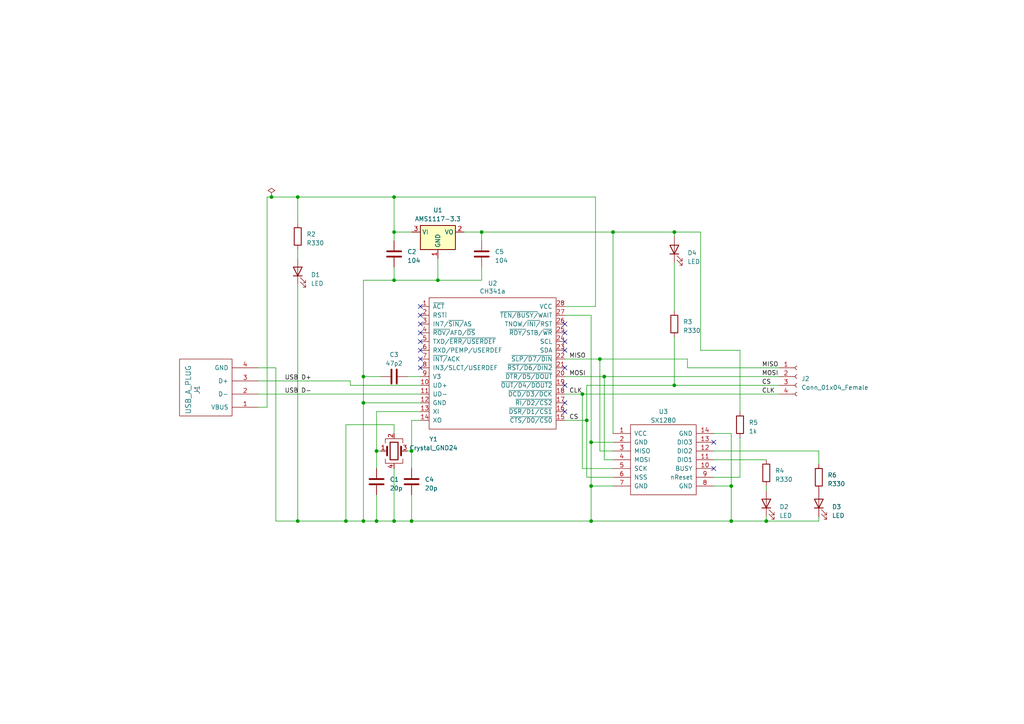
<source format=kicad_sch>
(kicad_sch (version 20230121) (generator eeschema)
  (paper "A4")
  (lib_symbols
    (symbol "Connector:Conn_01x04_Female" (pin_names (offset 1.016) hide)
      (property "Reference" "J" (at 0 5.08 0))
      (property "Value" "Conn_01x04_Female" (at 0 -7.62 0))
      (symbol "Conn_01x04_Female_1_1"
        (arc (start 0 -4.572) (mid -0.5058 -5.08) (end 0 -5.588) (stroke (width 0.1524)))
        (arc (start 0 -2.032) (mid -0.5058 -2.54) (end 0 -3.048) (stroke (width 0.1524)))
        (polyline (pts (xy -1.27 -5.08) (xy -0.508 -5.08)) (stroke (width 0.1524)))
        (polyline (pts (xy -1.27 -2.54) (xy -0.508 -2.54)) (stroke (width 0.1524)))
        (polyline (pts (xy -1.27 0) (xy -0.508 0)) (stroke (width 0.1524)))
        (polyline (pts (xy -1.27 2.54) (xy -0.508 2.54)) (stroke (width 0.1524)))
        (arc (start 0 0.508) (mid -0.5058 0) (end 0 -0.508) (stroke (width 0.1524)))
        (arc (start 0 3.048) (mid -0.5058 2.54) (end 0 2.032) (stroke (width 0.1524)))
        (pin passive line (at -5.08 2.54 0) (length 3.81) (name "Pin_1") (number "1"))
        (pin passive line (at -5.08 0 0) (length 3.81) (name "Pin_2") (number "2"))
        (pin passive line (at -5.08 -2.54 0) (length 3.81) (name "Pin_3") (number "3"))
        (pin passive line (at -5.08 -5.08 0) (length 3.81) (name "Pin_4") (number "4"))
      )
    )
    (symbol "Device:C" (pin_numbers hide) (pin_names (offset 0.254))
      (property "Reference" "C" (at 0.635 2.54 0))
      (property "Value" "C" (at 0.635 -2.54 0))
      (symbol "C_0_1"
        (polyline (pts (xy -2.032 -0.762) (xy 2.032 -0.762)) (stroke (width 0.508)))
        (polyline (pts (xy -2.032 0.762) (xy 2.032 0.762)) (stroke (width 0.508)))
      )
      (symbol "C_1_1"
        (pin passive line (at 0 3.81 270) (length 2.794) (name "~") (number "1"))
        (pin passive line (at 0 -3.81 90) (length 2.794) (name "~") (number "2"))
      )
    )
    (symbol "Device:Crystal_GND24" (pin_names (offset 1.016) hide)
      (property "Reference" "Y" (at 3.175 5.08 0))
      (property "Value" "Crystal_GND24" (at 3.175 3.175 0))
      (symbol "Crystal_GND24_0_1"
        (rectangle (start -1.143 2.54) (end 1.143 -2.54) (stroke (width 0.3048)))
        (polyline (pts (xy -2.54 0) (xy -2.032 0)))
        (polyline (pts (xy -2.032 -1.27) (xy -2.032 1.27)) (stroke (width 0.508)))
        (polyline (pts (xy 0 -3.81) (xy 0 -3.556)))
        (polyline (pts (xy 0 3.556) (xy 0 3.81)))
        (polyline (pts (xy 2.032 -1.27) (xy 2.032 1.27)) (stroke (width 0.508)))
        (polyline (pts (xy 2.032 0) (xy 2.54 0)))
        (polyline (pts (xy -2.54 -2.286) (xy -2.54 -3.556) (xy 2.54 -3.556) (xy 2.54 -2.286)))
        (polyline (pts (xy -2.54 2.286) (xy -2.54 3.556) (xy 2.54 3.556) (xy 2.54 2.286)))
      )
      (symbol "Crystal_GND24_1_1"
        (pin passive line (at -3.81 0 0) (length 1.27) (name "1") (number "1"))
        (pin passive line (at 0 5.08 270) (length 1.27) (name "2") (number "2"))
        (pin passive line (at 3.81 0 180) (length 1.27) (name "3") (number "3"))
        (pin passive line (at 0 -5.08 90) (length 1.27) (name "4") (number "4"))
      )
    )
    (symbol "Device:LED" (pin_numbers hide) (pin_names (offset 1.016) hide)
      (property "Reference" "D" (at 0 2.54 0))
      (property "Value" "LED" (at 0 -2.54 0))
      (symbol "LED_0_1"
        (polyline (pts (xy -1.27 -1.27) (xy -1.27 1.27)) (stroke (width 0.254)))
        (polyline (pts (xy -1.27 0) (xy 1.27 0)))
        (polyline (pts (xy 1.27 -1.27) (xy 1.27 1.27) (xy -1.27 0) (xy 1.27 -1.27)) (stroke (width 0.254)))
        (polyline (pts (xy -3.048 -0.762) (xy -4.572 -2.286) (xy -3.81 -2.286) (xy -4.572 -2.286) (xy -4.572 -1.524)))
        (polyline (pts (xy -1.778 -0.762) (xy -3.302 -2.286) (xy -2.54 -2.286) (xy -3.302 -2.286) (xy -3.302 -1.524)))
      )
      (symbol "LED_1_1"
        (pin passive line (at -3.81 0 0) (length 2.54) (name "K") (number "1"))
        (pin passive line (at 3.81 0 180) (length 2.54) (name "A") (number "2"))
      )
    )
    (symbol "Device:R" (pin_numbers hide) (pin_names (offset 0))
      (property "Reference" "R" (at 2.032 0 90))
      (property "Value" "R" (at 0 0 90))
      (symbol "R_0_1"
        (rectangle (start -1.016 -2.54) (end 1.016 2.54) (stroke (width 0.254)))
      )
      (symbol "R_1_1"
        (pin passive line (at 0 3.81 270) (length 1.27) (name "~") (number "1"))
        (pin passive line (at 0 -3.81 90) (length 1.27) (name "~") (number "2"))
      )
    )
    (symbol "Interface_USB:CH341a" (pin_names (offset 1.016))
      (property "Reference" "U2" (at 0.635 23.241 0))
      (property "Value" "CH341a" (at 0.635 20.9296 0))
      (symbol "CH341a_0_1"
        (rectangle (start -17.78 19.05) (end 19.05 -19.05))
      )
      (symbol "CH341a_1_1"
        (pin output line (at -20.32 16.51 0) (length 2.54) (name "~{ACT}") (number "1"))
        (pin bidirectional line (at -20.32 -6.35 0) (length 2.54) (name "UD+") (number "10"))
        (pin bidirectional line (at -20.32 -8.89 0) (length 2.54) (name "UD-") (number "11"))
        (pin power_in line (at -20.32 -11.43 0) (length 2.54) (name "GND") (number "12"))
        (pin input line (at -20.32 -13.97 0) (length 2.54) (name "XI") (number "13"))
        (pin output line (at -20.32 -16.51 0) (length 2.54) (name "XO") (number "14"))
        (pin input line (at 21.59 -16.51 180) (length 2.54) (name "~{CTS/D0/CS0}") (number "15"))
        (pin input line (at 21.59 -13.97 180) (length 2.54) (name "~{DSR/D1/CS1}") (number "16"))
        (pin input line (at 21.59 -11.43 180) (length 2.54) (name "~{RI/D2/CS2}") (number "17"))
        (pin input line (at 21.59 -8.89 180) (length 2.54) (name "~{DCD/D3/DCK}") (number "18"))
        (pin tri_state line (at 21.59 -6.35 180) (length 2.54) (name "~{OUT/D4/DOUT2}") (number "19"))
        (pin input line (at -20.32 13.97 0) (length 2.54) (name "RSTi") (number "2"))
        (pin tri_state line (at 21.59 -3.81 180) (length 2.54) (name "~{DTR/D5/DOUT}") (number "20"))
        (pin tri_state line (at 21.59 -1.27 180) (length 2.54) (name "~{RST/D6/DIN2}") (number "21"))
        (pin tri_state line (at 21.59 1.27 180) (length 2.54) (name "~{SLP/D7/DIN}") (number "22"))
        (pin bidirectional line (at 21.59 3.81 180) (length 2.54) (name "SDA") (number "23"))
        (pin open_collector line (at 21.59 6.35 180) (length 2.54) (name "SCL") (number "24"))
        (pin output line (at 21.59 8.89 180) (length 2.54) (name "~{RDY/}STB/~{WR}") (number "25"))
        (pin output line (at 21.59 11.43 180) (length 2.54) (name "TNOW/~{INI/}RST") (number "26"))
        (pin input line (at 21.59 13.97 180) (length 2.54) (name "~{TEN/BUSY/}WAIT") (number "27"))
        (pin power_in line (at 21.59 16.51 180) (length 2.54) (name "VCC") (number "28"))
        (pin input line (at -20.32 11.43 0) (length 2.54) (name "IN7/~{SIN/}AS") (number "3"))
        (pin tri_state line (at -20.32 8.89 0) (length 2.54) (name "~{ROV/}AFD/~{DS}") (number "4"))
        (pin output line (at -20.32 6.35 0) (length 2.54) (name "TXD/~{ERR/USERDEF}") (number "5"))
        (pin input line (at -20.32 3.81 0) (length 2.54) (name "RXD/PEMP/USERDEF") (number "6"))
        (pin input line (at -20.32 1.27 0) (length 2.54) (name "~{INT/}ACK") (number "7"))
        (pin input line (at -20.32 -1.27 0) (length 2.54) (name "IN3/SLCT/USERDEF") (number "8"))
        (pin power_in line (at -20.32 -3.81 0) (length 2.54) (name "V3") (number "9"))
      )
    )
    (symbol "Regulator_Linear:AMS1117-3.3"
      (property "Reference" "U" (at -3.81 3.175 0))
      (property "Value" "AMS1117-3.3" (at 0 3.175 0))
      (symbol "AMS1117-3.3_0_1"
        (rectangle (start -5.08 -5.08) (end 5.08 1.905) (stroke (width 0.254)) (fill (type background)))
      )
      (symbol "AMS1117-3.3_1_1"
        (pin power_in line (at 0 -7.62 90) (length 2.54) (name "GND") (number "1"))
        (pin power_out line (at 7.62 0 180) (length 2.54) (name "VO") (number "2"))
        (pin power_in line (at -7.62 0 0) (length 2.54) (name "VI") (number "3"))
      )
    )
    (symbol "armory-rescue:USB_A_PLUG" (pin_names (offset 1.016))
      (property "Reference" "J1" (at 0 0 0))
      (property "Value" "USB_A_PLUG" (at 0 2.54 0))
      (property "Datasheet" "~" (at 0 0 0))
      (symbol "USB_A_PLUG_0_1"
        (rectangle (start -7.62 5.08) (end 8.89 -10.16))
      )
      (symbol "USB_A_PLUG_1_1"
        (pin power_out line (at -5.08 -17.78 90) (length 7.62) (name "VBUS") (number "1"))
        (pin bidirectional line (at -1.27 -17.78 90) (length 7.62) (name "D-") (number "2"))
        (pin bidirectional line (at 2.54 -17.78 90) (length 7.62) (name "D+") (number "3"))
        (pin power_out line (at 6.35 -17.78 90) (length 7.62) (name "GND") (number "4"))
      )
    )
    (symbol "power:PWR_FLAG" (power) (pin_numbers hide) (pin_names (offset 0) hide)
      (property "Value" "PWR_FLAG" (at 0 3.81 0))
      (symbol "PWR_FLAG_0_0"
        (pin power_out line (at 0 0 90) (length 0) (name "pwr") (number "1"))
      )
      (symbol "PWR_FLAG_0_1"
        (polyline (pts (xy 0 0) (xy 0 1.27) (xy -1.016 1.905) (xy 0 2.54) (xy 1.016 1.905) (xy 0 1.27)))
      )
    )
    (symbol "sx1280-bluekitchen:SX1280-BlueKitchen" (pin_names (offset 1.016))
      (property "Reference" "U1" (at 4.445 9.271 0))
      (property "Value" "SX1280" (at 4.445 6.9596 0))
      (symbol "SX1280-BlueKitchen_0_1"
        (rectangle (start -6.35 5.08) (end 12.7 -15.24))
      )
      (symbol "SX1280-BlueKitchen_1_1"
        (pin power_in line (at -11.43 2.54 0) (length 5.08) (name "VCC") (number "1"))
        (pin output line (at 17.78 -7.62 180) (length 5.08) (name "BUSY") (number "10"))
        (pin output line (at 17.78 -5.08 180) (length 5.08) (name "DIO1") (number "11"))
        (pin output line (at 17.78 -2.54 180) (length 5.08) (name "DIO2") (number "12"))
        (pin output line (at 17.78 0 180) (length 5.08) (name "DIO3") (number "13"))
        (pin power_in line (at 17.78 2.54 180) (length 5.08) (name "GND") (number "14"))
        (pin power_in line (at -11.43 0 0) (length 5.08) (name "GND") (number "2"))
        (pin input line (at -11.43 -2.54 0) (length 5.08) (name "MISO") (number "3"))
        (pin input line (at -11.43 -5.08 0) (length 5.08) (name "MOSI") (number "4"))
        (pin input line (at -11.43 -7.62 0) (length 5.08) (name "SCK") (number "5"))
        (pin input line (at -11.43 -10.16 0) (length 5.08) (name "NSS") (number "6"))
        (pin power_in line (at -11.43 -12.7 0) (length 5.08) (name "GND") (number "7"))
        (pin power_in line (at 17.78 -12.7 180) (length 5.08) (name "GND") (number "8"))
        (pin output line (at 17.78 -10.16 180) (length 5.08) (name "nReset") (number "9"))
      )
    )
  )
  (junction (at 109.22 151.13))
  (junction (at 171.45 140.97))
  (junction (at 195.58 67.31))
  (junction (at 109.22 130.81))
  (junction (at 173.99 104.14))
  (junction (at 114.3 67.31))
  (junction (at 177.8 67.31))
  (junction (at 168.91 114.3))
  (junction (at 86.36 57.15))
  (junction (at 119.38 151.13))
  (junction (at 175.26 109.22))
  (junction (at 114.3 57.15))
  (junction (at 114.3 151.13))
  (junction (at 170.18 121.92))
  (junction (at 78.74 57.15))
  (junction (at 127 81.28))
  (junction (at 100.33 151.13))
  (junction (at 86.36 151.13))
  (junction (at 171.45 151.13))
  (junction (at 222.25 151.13))
  (junction (at 105.41 116.84))
  (junction (at 171.45 128.27))
  (junction (at 212.09 151.13))
  (junction (at 105.41 151.13))
  (junction (at 139.7 67.31))
  (junction (at 105.41 109.22))
  (junction (at 119.38 130.81))
  (junction (at 212.09 140.97))
  (junction (at 195.58 111.76))
  (junction (at 114.3 81.28))
  (no_connect (at 163.83 106.68))
  (no_connect (at 207.01 128.27))
  (no_connect (at 163.83 99.06))
  (no_connect (at 207.01 135.89))
  (no_connect (at 121.92 104.14))
  (no_connect (at 163.83 116.84))
  (no_connect (at 121.92 91.44))
  (no_connect (at 121.92 106.68))
  (no_connect (at 163.83 93.98))
  (no_connect (at 163.83 96.52))
  (no_connect (at 121.92 88.9))
  (no_connect (at 121.92 93.98))
  (no_connect (at 163.83 119.38))
  (no_connect (at 163.83 111.76))
  (no_connect (at 121.92 99.06))
  (no_connect (at 121.92 96.52))
  (no_connect (at 163.83 101.6))
  (no_connect (at 121.92 101.6))
  (wire (pts (xy 195.58 68.58) (xy 195.58 67.31)))
  (wire (pts (xy 127 81.28) (xy 139.7 81.28)))
  (wire (pts (xy 177.8 135.89) (xy 168.91 135.89)))
  (wire (pts (xy 109.22 143.51) (xy 109.22 151.13)))
  (wire (pts (xy 119.38 151.13) (xy 171.45 151.13)))
  (wire (pts (xy 171.45 140.97) (xy 171.45 151.13)))
  (wire (pts (xy 119.38 151.13) (xy 119.38 143.51)))
  (wire (pts (xy 74.93 118.11) (xy 77.47 118.11)))
  (wire (pts (xy 195.58 111.76) (xy 226.06 111.76)))
  (wire (pts (xy 109.22 130.81) (xy 109.22 119.38)))
  (wire (pts (xy 109.22 119.38) (xy 121.92 119.38)))
  (wire (pts (xy 114.3 67.31) (xy 119.38 67.31)))
  (wire (pts (xy 203.2 67.31) (xy 203.2 101.6)))
  (wire (pts (xy 78.74 57.15) (xy 86.36 57.15)))
  (wire (pts (xy 110.49 109.22) (xy 105.41 109.22)))
  (wire (pts (xy 175.26 109.22) (xy 226.06 109.22)))
  (wire (pts (xy 101.6 111.76) (xy 121.92 111.76)))
  (wire (pts (xy 110.49 130.81) (xy 109.22 130.81)))
  (wire (pts (xy 74.93 110.49) (xy 101.6 110.49)))
  (wire (pts (xy 170.18 138.43) (xy 177.8 138.43)))
  (wire (pts (xy 199.39 104.14) (xy 199.39 106.68)))
  (wire (pts (xy 118.11 109.22) (xy 121.92 109.22)))
  (wire (pts (xy 86.36 57.15) (xy 86.36 64.77)))
  (wire (pts (xy 195.58 67.31) (xy 203.2 67.31)))
  (wire (pts (xy 212.09 125.73) (xy 212.09 140.97)))
  (wire (pts (xy 86.36 82.55) (xy 86.36 151.13)))
  (wire (pts (xy 177.8 67.31) (xy 177.8 125.73)))
  (wire (pts (xy 163.83 109.22) (xy 175.26 109.22)))
  (wire (pts (xy 77.47 57.15) (xy 78.74 57.15)))
  (wire (pts (xy 100.33 151.13) (xy 105.41 151.13)))
  (wire (pts (xy 119.38 130.81) (xy 119.38 121.92)))
  (wire (pts (xy 105.41 81.28) (xy 114.3 81.28)))
  (wire (pts (xy 212.09 140.97) (xy 212.09 151.13)))
  (wire (pts (xy 101.6 110.49) (xy 101.6 111.76)))
  (wire (pts (xy 100.33 123.19) (xy 100.33 151.13)))
  (wire (pts (xy 175.26 109.22) (xy 175.26 133.35)))
  (wire (pts (xy 139.7 81.28) (xy 139.7 77.47)))
  (wire (pts (xy 237.49 149.86) (xy 237.49 151.13)))
  (wire (pts (xy 163.83 104.14) (xy 173.99 104.14)))
  (wire (pts (xy 105.41 109.22) (xy 105.41 116.84)))
  (wire (pts (xy 119.38 135.89) (xy 119.38 130.81)))
  (wire (pts (xy 171.45 151.13) (xy 212.09 151.13)))
  (wire (pts (xy 222.25 149.86) (xy 222.25 151.13)))
  (wire (pts (xy 114.3 151.13) (xy 109.22 151.13)))
  (wire (pts (xy 118.11 130.81) (xy 119.38 130.81)))
  (wire (pts (xy 114.3 57.15) (xy 172.72 57.15)))
  (wire (pts (xy 114.3 125.73) (xy 114.3 123.19)))
  (wire (pts (xy 105.41 116.84) (xy 121.92 116.84)))
  (wire (pts (xy 168.91 135.89) (xy 168.91 114.3)))
  (wire (pts (xy 171.45 140.97) (xy 177.8 140.97)))
  (wire (pts (xy 105.41 81.28) (xy 105.41 109.22)))
  (wire (pts (xy 170.18 121.92) (xy 170.18 138.43)))
  (wire (pts (xy 163.83 91.44) (xy 171.45 91.44)))
  (wire (pts (xy 163.83 114.3) (xy 168.91 114.3)))
  (wire (pts (xy 171.45 128.27) (xy 177.8 128.27)))
  (wire (pts (xy 163.83 121.92) (xy 170.18 121.92)))
  (wire (pts (xy 105.41 116.84) (xy 105.41 151.13)))
  (wire (pts (xy 105.41 151.13) (xy 109.22 151.13)))
  (wire (pts (xy 114.3 67.31) (xy 114.3 57.15)))
  (wire (pts (xy 80.01 106.68) (xy 80.01 151.13)))
  (wire (pts (xy 134.62 67.31) (xy 139.7 67.31)))
  (wire (pts (xy 222.25 151.13) (xy 237.49 151.13)))
  (wire (pts (xy 175.26 133.35) (xy 177.8 133.35)))
  (wire (pts (xy 139.7 69.85) (xy 139.7 67.31)))
  (wire (pts (xy 114.3 135.89) (xy 114.3 151.13)))
  (wire (pts (xy 207.01 133.35) (xy 222.25 133.35)))
  (wire (pts (xy 214.63 101.6) (xy 214.63 119.38)))
  (wire (pts (xy 80.01 151.13) (xy 86.36 151.13)))
  (wire (pts (xy 199.39 106.68) (xy 226.06 106.68)))
  (wire (pts (xy 114.3 81.28) (xy 127 81.28)))
  (wire (pts (xy 237.49 130.81) (xy 237.49 134.62)))
  (wire (pts (xy 222.25 140.97) (xy 222.25 142.24)))
  (wire (pts (xy 171.45 128.27) (xy 171.45 140.97)))
  (wire (pts (xy 86.36 151.13) (xy 100.33 151.13)))
  (wire (pts (xy 114.3 123.19) (xy 100.33 123.19)))
  (wire (pts (xy 168.91 114.3) (xy 226.06 114.3)))
  (wire (pts (xy 177.8 67.31) (xy 195.58 67.31)))
  (wire (pts (xy 173.99 104.14) (xy 199.39 104.14)))
  (wire (pts (xy 170.18 111.76) (xy 195.58 111.76)))
  (wire (pts (xy 77.47 57.15) (xy 77.47 118.11)))
  (wire (pts (xy 195.58 111.76) (xy 195.58 97.79)))
  (wire (pts (xy 172.72 88.9) (xy 172.72 57.15)))
  (wire (pts (xy 207.01 140.97) (xy 212.09 140.97)))
  (wire (pts (xy 114.3 69.85) (xy 114.3 67.31)))
  (wire (pts (xy 212.09 151.13) (xy 222.25 151.13)))
  (wire (pts (xy 86.36 57.15) (xy 114.3 57.15)))
  (wire (pts (xy 207.01 138.43) (xy 214.63 138.43)))
  (wire (pts (xy 86.36 72.39) (xy 86.36 74.93)))
  (wire (pts (xy 114.3 77.47) (xy 114.3 81.28)))
  (wire (pts (xy 214.63 127) (xy 214.63 138.43)))
  (wire (pts (xy 195.58 76.2) (xy 195.58 90.17)))
  (wire (pts (xy 207.01 125.73) (xy 212.09 125.73)))
  (wire (pts (xy 109.22 135.89) (xy 109.22 130.81)))
  (wire (pts (xy 119.38 151.13) (xy 114.3 151.13)))
  (wire (pts (xy 74.93 106.68) (xy 80.01 106.68)))
  (wire (pts (xy 119.38 121.92) (xy 121.92 121.92)))
  (wire (pts (xy 163.83 88.9) (xy 172.72 88.9)))
  (wire (pts (xy 139.7 67.31) (xy 177.8 67.31)))
  (wire (pts (xy 74.93 114.3) (xy 121.92 114.3)))
  (wire (pts (xy 171.45 91.44) (xy 171.45 128.27)))
  (wire (pts (xy 203.2 101.6) (xy 214.63 101.6)))
  (wire (pts (xy 173.99 104.14) (xy 173.99 130.81)))
  (wire (pts (xy 173.99 130.81) (xy 177.8 130.81)))
  (wire (pts (xy 127 74.93) (xy 127 81.28)))
  (wire (pts (xy 170.18 111.76) (xy 170.18 121.92)))
  (wire (pts (xy 207.01 130.81) (xy 237.49 130.81)))
  (label "CS" (at 165.1 121.92 0))
  (label "USB D-" (at 82.55 114.3 0))
  (label "MOSI" (at 165.1 109.22 0))
  (label "MOSI" (at 220.98 109.22 0))
  (label "CLK" (at 165.1 114.3 0))
  (label "MISO" (at 165.1 104.14 0))
  (label "USB D+" (at 82.55 110.49 0))
  (label "MISO" (at 220.98 106.68 0))
  (label "CS" (at 220.98 111.76 0))
  (label "CLK" (at 220.98 114.3 0))
  (symbol (lib_id "armory-rescue:USB_A_PLUG") (at 57.15 113.03 90) (unit 1)
    (property "Reference" "J1" (at 57.15 113.03 0) (effects (font (size 1.524 1.524))))
    (property "Value" "USB_A_PLUG" (at 54.61 113.03 0) (effects (font (size 1.524 1.524))))
    (property "Footprint" "USB_PCB:USB_PCB" (effects hide))
    (property "Datasheet" "~" (at 57.15 113.03 0) (effects (font (size 1.524 1.524))))
  )
  (symbol (lib_id "Device:R") (at 222.25 137.16 0) (unit 1)
    (property "Reference" "R4" (at 224.79 136.525 0) (effects (justify left)))
    (property "Value" "R330" (at 224.79 139.065 0) (effects (justify left)))
    (property "Footprint" "Resistor_SMD:R_0402_1005Metric" (effects hide))
  )
  (symbol (lib_id "Device:LED") (at 237.49 146.05 90) (unit 1)
    (property "Reference" "D3" (at 241.3 147.0025 90) (effects (justify right)))
    (property "Value" "LED" (at 241.3 149.5425 90) (effects (justify right)))
    (property "Footprint" "LED_SMD:LED_0603_1608Metric" (effects hide))
  )
  (symbol (lib_id "Device:R") (at 237.49 138.43 0) (unit 1)
    (property "Reference" "R6" (at 240.03 137.795 0) (effects (justify left)))
    (property "Value" "R330" (at 240.03 140.335 0) (effects (justify left)))
    (property "Footprint" "Resistor_SMD:R_0402_1005Metric" (effects hide))
  )
  (symbol (lib_id "Device:LED") (at 86.36 78.74 90) (unit 1)
    (property "Reference" "D1" (at 90.17 79.6925 90) (effects (justify right)))
    (property "Value" "LED" (at 90.17 82.2325 90) (effects (justify right)))
    (property "Footprint" "LED_SMD:LED_0603_1608Metric" (effects hide))
  )
  (symbol (lib_id "Device:C") (at 119.38 139.7 180) (unit 1)
    (property "Reference" "C4" (at 123.19 139.065 0) (effects (justify right)))
    (property "Value" "20p" (at 123.19 141.605 0) (effects (justify right)))
    (property "Footprint" "Capacitor_SMD:C_0402_1005Metric" (effects hide))
  )
  (symbol (lib_id "Device:Crystal_GND24") (at 114.3 130.81 0) (unit 1)
    (property "Reference" "Y1" (at 125.73 127.3811 0))
    (property "Value" "Crystal_GND24" (at 125.73 129.9211 0))
    (property "Footprint" "Crystal:Crystal_SMD_3225-4Pin_3.2x2.5mm" (effects hide))
  )
  (symbol (lib_id "Device:LED") (at 195.58 72.39 90) (unit 1)
    (property "Reference" "D4" (at 199.39 73.3425 90) (effects (justify right)))
    (property "Value" "LED" (at 199.39 75.8825 90) (effects (justify right)))
    (property "Footprint" "LED_SMD:LED_0603_1608Metric" (effects hide))
  )
  (symbol (lib_id "Device:C") (at 114.3 73.66 180) (unit 1)
    (property "Reference" "C2" (at 118.11 73.025 0) (effects (justify right)))
    (property "Value" "104" (at 118.11 75.565 0) (effects (justify right)))
    (property "Footprint" "Capacitor_SMD:C_0402_1005Metric" (effects hide))
  )
  (symbol (lib_id "Regulator_Linear:AMS1117-3.3") (at 127 67.31 0) (unit 1)
    (property "Reference" "U1" (at 127 60.96 0))
    (property "Value" "AMS1117-3.3" (at 127 63.5 0))
    (property "Footprint" "Package_TO_SOT_SMD:SOT-223-3_TabPin2" (effects hide))
    (property "Datasheet" "http://www.advanced-monolithic.com/pdf/ds1117.pdf" (effects hide))
  )
  (symbol (lib_id "Device:R") (at 195.58 93.98 0) (unit 1)
    (property "Reference" "R3" (at 198.12 93.345 0) (effects (justify left)))
    (property "Value" "R330" (at 198.12 95.885 0) (effects (justify left)))
    (property "Footprint" "Resistor_SMD:R_0402_1005Metric" (effects hide))
  )
  (symbol (lib_id "Connector:Conn_01x04_Female") (at 231.14 109.22 0) (unit 1)
    (property "Reference" "J2" (at 232.41 109.855 0) (effects (justify left)))
    (property "Value" "Conn_01x04_Female" (at 232.41 112.395 0) (effects (justify left)))
    (property "Footprint" "Connector_PinSocket_2.54mm:PinSocket_1x04_P2.54mm_Vertical" (effects hide))
  )
  (symbol (lib_id "Device:R") (at 86.36 68.58 0) (unit 1)
    (property "Reference" "R2" (at 88.9 67.945 0) (effects (justify left)))
    (property "Value" "R330" (at 88.9 70.485 0) (effects (justify left)))
    (property "Footprint" "Resistor_SMD:R_0402_1005Metric" (effects hide))
  )
  (symbol (lib_id "Device:C") (at 114.3 109.22 90) (unit 1)
    (property "Reference" "C3" (at 114.3 102.87 90))
    (property "Value" "47p2" (at 114.3 105.41 90))
    (property "Footprint" "Capacitor_SMD:C_0402_1005Metric" (effects hide))
  )
  (symbol (lib_id "Device:LED") (at 222.25 146.05 90) (unit 1)
    (property "Reference" "D2" (at 226.06 147.0025 90) (effects (justify right)))
    (property "Value" "LED" (at 226.06 149.5425 90) (effects (justify right)))
    (property "Footprint" "LED_SMD:LED_0603_1608Metric" (effects hide))
  )
  (symbol (lib_id "Device:C") (at 139.7 73.66 180) (unit 1)
    (property "Reference" "C5" (at 143.51 73.025 0) (effects (justify right)))
    (property "Value" "104" (at 143.51 75.565 0) (effects (justify right)))
    (property "Footprint" "Capacitor_SMD:C_0402_1005Metric" (effects hide))
  )
  (symbol (lib_id "Device:R") (at 214.63 123.19 0) (unit 1)
    (property "Reference" "R5" (at 217.17 122.555 0) (effects (justify left)))
    (property "Value" "1k" (at 217.17 125.095 0) (effects (justify left)))
    (property "Footprint" "Resistor_SMD:R_0402_1005Metric" (effects hide))
  )
  (symbol (lib_id "sx1280-bluekitchen:SX1280-BlueKitchen") (at 189.23 128.27 0) (unit 1)
    (property "Reference" "U3" (at 192.405 119.38 0))
    (property "Value" "SX1280" (at 192.405 121.92 0))
    (property "Footprint" "SX1280:E28-2G4M12S-SX1280" (effects hide))
  )
  (symbol (lib_id "power:PWR_FLAG") (at 78.74 57.15 0) (unit 1)
    (property "Reference" "#FLG01" (effects hide))
    (property "Value" "PWR_FLAG" (effects hide))
  )
  (symbol (lib_id "Interface_USB:CH341a") (at 142.24 105.41 0) (unit 1)
    (property "Reference" "U2" (at 142.875 82.169 0))
    (property "Value" "CH341a" (at 142.875 84.4804 0))
    (property "Footprint" "Package_SO:SOIC-28W_7.5x17.9mm_P1.27mm" (effects hide))
  )
  (symbol (lib_id "Device:C") (at 109.22 139.7 180) (unit 1)
    (property "Reference" "C1" (at 113.03 139.065 0) (effects (justify right)))
    (property "Value" "20p" (at 113.03 141.605 0) (effects (justify right)))
    (property "Footprint" "Capacitor_SMD:C_0402_1005Metric" (effects hide))
  )
)
</source>
